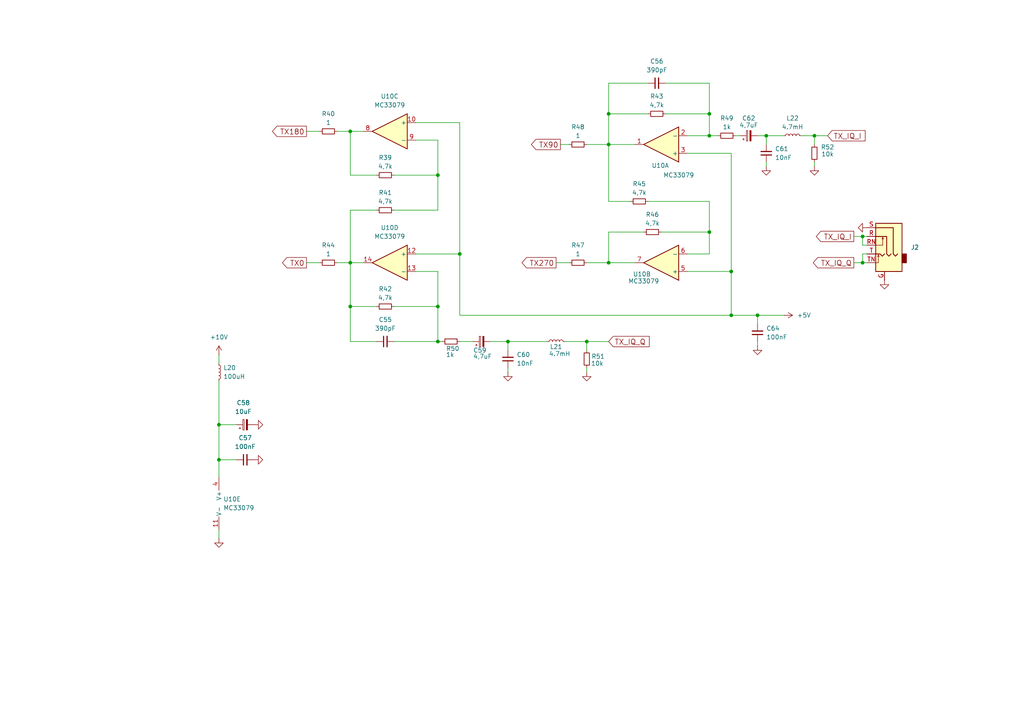
<source format=kicad_sch>
(kicad_sch (version 20231120) (generator "eeschema") (generator_version "8.0")
  (paper "A4")
  (lib_symbols
    (symbol "Amplifier_Operational:MC33079" (pin_names (offset 0.127))
      (property "Reference" "U" (at 0 5.08 0))
      (property "Value" "MC33079" (at 0 -5.08 0))
      (symbol "MC33079_1_1"
        (polyline (pts (xy -5.08 5.08) (xy 5.08 0) (xy -5.08 -5.08) (xy -5.08 5.08)) (stroke (width 0.254)) (fill (type background)))
        (pin output line (at 7.62 0 180) (length 2.54) (name "~") (number "1"))
        (pin input line (at -7.62 -2.54 0) (length 2.54) (name "-") (number "2"))
        (pin input line (at -7.62 2.54 0) (length 2.54) (name "+") (number "3"))
      )
      (symbol "MC33079_2_1"
        (polyline (pts (xy -5.08 5.08) (xy 5.08 0) (xy -5.08 -5.08) (xy -5.08 5.08)) (stroke (width 0.254)) (fill (type background)))
        (pin input line (at -7.62 2.54 0) (length 2.54) (name "+") (number "5"))
        (pin input line (at -7.62 -2.54 0) (length 2.54) (name "-") (number "6"))
        (pin output line (at 7.62 0 180) (length 2.54) (name "~") (number "7"))
      )
      (symbol "MC33079_3_1"
        (polyline (pts (xy -5.08 5.08) (xy 5.08 0) (xy -5.08 -5.08) (xy -5.08 5.08)) (stroke (width 0.254)) (fill (type background)))
        (pin input line (at -7.62 2.54 0) (length 2.54) (name "+") (number "10"))
        (pin output line (at 7.62 0 180) (length 2.54) (name "~") (number "8"))
        (pin input line (at -7.62 -2.54 0) (length 2.54) (name "-") (number "9"))
      )
      (symbol "MC33079_4_1"
        (polyline (pts (xy -5.08 5.08) (xy 5.08 0) (xy -5.08 -5.08) (xy -5.08 5.08)) (stroke (width 0.254)) (fill (type background)))
        (pin input line (at -7.62 2.54 0) (length 2.54) (name "+") (number "12"))
        (pin input line (at -7.62 -2.54 0) (length 2.54) (name "-") (number "13"))
        (pin output line (at 7.62 0 180) (length 2.54) (name "~") (number "14"))
      )
      (symbol "MC33079_5_1"
        (pin power_in line (at -2.54 -7.62 90) (length 3.81) (name "V-") (number "11"))
        (pin power_in line (at -2.54 7.62 270) (length 3.81) (name "V+") (number "4"))
      )
    )
    (symbol "Connector_Audio:AudioJack3_Ground_SwitchTR"
      (property "Reference" "J" (at 0 8.89 0))
      (property "Value" "AudioJack3_Ground_SwitchTR" (at 0 6.35 0))
      (symbol "AudioJack3_Ground_SwitchTR_0_1"
        (rectangle (start -5.08 -5.08) (end -6.35 -7.62) (stroke (width 0.254)) (fill (type outline)))
        (polyline (pts (xy 0.508 -0.254) (xy 0.762 -0.762)))
        (polyline (pts (xy 1.778 -5.334) (xy 2.032 -5.842)))
        (polyline (pts (xy 0 -5.08) (xy 0.635 -5.715) (xy 1.27 -5.08) (xy 2.54 -5.08)) (stroke (width 0.254)))
        (polyline (pts (xy 2.54 -7.62) (xy 1.778 -7.62) (xy 1.778 -5.334) (xy 1.524 -5.842)))
        (polyline (pts (xy 2.54 -2.54) (xy 0.508 -2.54) (xy 0.508 -0.254) (xy 0.254 -0.762)))
        (polyline (pts (xy -1.905 -5.08) (xy -1.27 -5.715) (xy -0.635 -5.08) (xy -0.635 0) (xy 2.54 0)) (stroke (width 0.254)))
        (polyline (pts (xy 2.54 2.54) (xy -2.54 2.54) (xy -2.54 -5.08) (xy -3.175 -5.715) (xy -3.81 -5.08)) (stroke (width 0.254)))
        (rectangle (start 2.54 3.81) (end -5.08 -10.16) (stroke (width 0.254)) (fill (type background)))
      )
      (symbol "AudioJack3_Ground_SwitchTR_1_1"
        (pin passive line (at 0 -12.7 90) (length 2.54) (name "~") (number "G"))
        (pin passive line (at 5.08 0 180) (length 2.54) (name "~") (number "R"))
        (pin passive line (at 5.08 -2.54 180) (length 2.54) (name "~") (number "RN"))
        (pin passive line (at 5.08 2.54 180) (length 2.54) (name "~") (number "S"))
        (pin passive line (at 5.08 -5.08 180) (length 2.54) (name "~") (number "T"))
        (pin passive line (at 5.08 -7.62 180) (length 2.54) (name "~") (number "TN"))
      )
    )
    (symbol "Device:C_Polarized_Small" (pin_numbers hide) (pin_names (offset 0.254) hide)
      (property "Reference" "C" (at 0.254 1.778 0))
      (property "Value" "C_Polarized_Small" (at 0.254 -2.032 0))
      (symbol "C_Polarized_Small_0_1"
        (rectangle (start -1.524 -0.3048) (end 1.524 -0.6858) (fill (type outline)))
        (rectangle (start -1.524 0.6858) (end 1.524 0.3048))
        (polyline (pts (xy -1.27 1.524) (xy -0.762 1.524)))
        (polyline (pts (xy -1.016 1.27) (xy -1.016 1.778)))
      )
      (symbol "C_Polarized_Small_1_1"
        (pin passive line (at 0 2.54 270) (length 1.8542) (name "~") (number "1"))
        (pin passive line (at 0 -2.54 90) (length 1.8542) (name "~") (number "2"))
      )
    )
    (symbol "Device:C_Small" (pin_numbers hide) (pin_names (offset 0.254) hide)
      (property "Reference" "C" (at 0.254 1.778 0))
      (property "Value" "C_Small" (at 0.254 -2.032 0))
      (symbol "C_Small_0_1"
        (polyline (pts (xy -1.524 -0.508) (xy 1.524 -0.508)) (stroke (width 0.3302)))
        (polyline (pts (xy -1.524 0.508) (xy 1.524 0.508)) (stroke (width 0.3048)))
      )
      (symbol "C_Small_1_1"
        (pin passive line (at 0 2.54 270) (length 2.032) (name "~") (number "1"))
        (pin passive line (at 0 -2.54 90) (length 2.032) (name "~") (number "2"))
      )
    )
    (symbol "Device:L_Small" (pin_numbers hide) (pin_names (offset 0.254) hide)
      (property "Reference" "L" (at 0.762 1.016 0))
      (property "Value" "L_Small" (at 0.762 -1.016 0))
      (symbol "L_Small_0_1"
        (arc (start 0 -2.032) (mid 0.5058 -1.524) (end 0 -1.016))
        (arc (start 0 -1.016) (mid 0.5058 -0.508) (end 0 0))
        (arc (start 0 0) (mid 0.5058 0.508) (end 0 1.016))
        (arc (start 0 1.016) (mid 0.5058 1.524) (end 0 2.032))
      )
      (symbol "L_Small_1_1"
        (pin passive line (at 0 2.54 270) (length 0.508) (name "~") (number "1"))
        (pin passive line (at 0 -2.54 90) (length 0.508) (name "~") (number "2"))
      )
    )
    (symbol "Device:R_Small" (pin_numbers hide) (pin_names (offset 0.254) hide)
      (property "Reference" "R" (at 0.762 0.508 0))
      (property "Value" "R_Small" (at 0.762 -1.016 0))
      (symbol "R_Small_0_1"
        (rectangle (start -0.762 1.778) (end 0.762 -1.778) (stroke (width 0.2032)))
      )
      (symbol "R_Small_1_1"
        (pin passive line (at 0 2.54 270) (length 0.762) (name "~") (number "1"))
        (pin passive line (at 0 -2.54 90) (length 0.762) (name "~") (number "2"))
      )
    )
    (symbol "power:+10V" (power) (pin_numbers hide) (pin_names (offset 0) hide)
      (property "Value" "+10V" (at 0 3.556 0))
      (symbol "+10V_0_1"
        (polyline (pts (xy -0.762 1.27) (xy 0 2.54)))
        (polyline (pts (xy 0 0) (xy 0 2.54)))
        (polyline (pts (xy 0 2.54) (xy 0.762 1.27)))
      )
      (symbol "+10V_1_1"
        (pin power_in line (at 0 0 90) (length 0) (name "~") (number "1"))
      )
    )
    (symbol "power:+5V" (power) (pin_numbers hide) (pin_names (offset 0) hide)
      (property "Value" "+5V" (at 0 3.556 0))
      (symbol "+5V_0_1"
        (polyline (pts (xy -0.762 1.27) (xy 0 2.54)))
        (polyline (pts (xy 0 0) (xy 0 2.54)))
        (polyline (pts (xy 0 2.54) (xy 0.762 1.27)))
      )
      (symbol "+5V_1_1"
        (pin power_in line (at 0 0 90) (length 0) (name "~") (number "1"))
      )
    )
    (symbol "power:GND" (power) (pin_numbers hide) (pin_names (offset 0) hide)
      (property "Value" "GND" (at 0 -3.81 0))
      (symbol "GND_0_1"
        (polyline (pts (xy 0 0) (xy 0 -1.27) (xy 1.27 -1.27) (xy 0 -2.54) (xy -1.27 -1.27) (xy 0 -1.27)))
      )
      (symbol "GND_1_1"
        (pin power_in line (at 0 0 270) (length 0) (name "~") (number "1"))
      )
    )
  )
  (junction (at 212.09 91.44))
  (junction (at 212.09 78.74))
  (junction (at 63.5 123.19))
  (junction (at 236.22 39.37))
  (junction (at 101.6 76.2))
  (junction (at 127 99.06))
  (junction (at 205.74 67.31))
  (junction (at 205.74 39.37))
  (junction (at 63.5 133.35))
  (junction (at 205.74 33.02))
  (junction (at 250.19 76.2))
  (junction (at 147.32 99.06))
  (junction (at 176.53 76.2))
  (junction (at 101.6 38.1))
  (junction (at 219.71 91.44))
  (junction (at 170.18 99.06))
  (junction (at 101.6 88.9))
  (junction (at 127 88.9))
  (junction (at 127 50.8))
  (junction (at 133.35 73.66))
  (junction (at 176.53 41.91))
  (junction (at 250.19 68.58))
  (junction (at 176.53 33.02))
  (junction (at 222.25 39.37))
  (wire (pts (xy 147.32 99.06) (xy 158.75 99.06)))
  (wire (pts (xy 170.18 99.06) (xy 176.53 99.06)))
  (wire (pts (xy 176.53 41.91) (xy 176.53 33.02)))
  (wire (pts (xy 170.18 106.68) (xy 170.18 107.95)))
  (wire (pts (xy 250.19 76.2) (xy 250.19 73.66)))
  (wire (pts (xy 114.3 88.9) (xy 127 88.9)))
  (wire (pts (xy 142.24 99.06) (xy 147.32 99.06)))
  (wire (pts (xy 176.53 76.2) (xy 184.15 76.2)))
  (wire (pts (xy 205.74 58.42) (xy 205.74 67.31)))
  (wire (pts (xy 176.53 76.2) (xy 176.53 67.31)))
  (wire (pts (xy 163.83 99.06) (xy 170.18 99.06)))
  (wire (pts (xy 101.6 76.2) (xy 101.6 88.9)))
  (wire (pts (xy 147.32 99.06) (xy 147.32 101.6)))
  (wire (pts (xy 133.35 99.06) (xy 137.16 99.06)))
  (wire (pts (xy 176.53 33.02) (xy 176.53 24.13)))
  (wire (pts (xy 219.71 39.37) (xy 222.25 39.37)))
  (wire (pts (xy 187.96 58.42) (xy 205.74 58.42)))
  (wire (pts (xy 120.65 35.56) (xy 133.35 35.56)))
  (wire (pts (xy 127 50.8) (xy 127 40.64)))
  (wire (pts (xy 222.25 46.99) (xy 222.25 48.26)))
  (wire (pts (xy 247.65 68.58) (xy 250.19 68.58)))
  (wire (pts (xy 219.71 91.44) (xy 212.09 91.44)))
  (wire (pts (xy 114.3 50.8) (xy 127 50.8)))
  (wire (pts (xy 101.6 60.96) (xy 101.6 76.2)))
  (wire (pts (xy 133.35 73.66) (xy 120.65 73.66)))
  (wire (pts (xy 219.71 91.44) (xy 227.33 91.44)))
  (wire (pts (xy 101.6 50.8) (xy 101.6 38.1)))
  (wire (pts (xy 127 99.06) (xy 114.3 99.06)))
  (wire (pts (xy 68.58 123.19) (xy 63.5 123.19)))
  (wire (pts (xy 184.15 41.91) (xy 176.53 41.91)))
  (wire (pts (xy 236.22 39.37) (xy 236.22 41.91)))
  (wire (pts (xy 176.53 33.02) (xy 187.96 33.02)))
  (wire (pts (xy 212.09 78.74) (xy 199.39 78.74)))
  (wire (pts (xy 193.04 24.13) (xy 205.74 24.13)))
  (wire (pts (xy 127 40.64) (xy 120.65 40.64)))
  (wire (pts (xy 101.6 99.06) (xy 101.6 88.9)))
  (wire (pts (xy 101.6 88.9) (xy 109.22 88.9)))
  (wire (pts (xy 170.18 99.06) (xy 170.18 101.6)))
  (wire (pts (xy 63.5 156.21) (xy 63.5 153.67)))
  (wire (pts (xy 101.6 38.1) (xy 97.79 38.1)))
  (wire (pts (xy 205.74 33.02) (xy 205.74 39.37)))
  (wire (pts (xy 127 88.9) (xy 127 99.06)))
  (wire (pts (xy 205.74 39.37) (xy 208.28 39.37)))
  (wire (pts (xy 127 78.74) (xy 120.65 78.74)))
  (wire (pts (xy 127 99.06) (xy 128.27 99.06)))
  (wire (pts (xy 250.19 68.58) (xy 250.19 71.12)))
  (wire (pts (xy 63.5 123.19) (xy 63.5 133.35)))
  (wire (pts (xy 162.56 41.91) (xy 165.1 41.91)))
  (wire (pts (xy 222.25 39.37) (xy 227.33 39.37)))
  (wire (pts (xy 88.9 38.1) (xy 92.71 38.1)))
  (wire (pts (xy 97.79 76.2) (xy 101.6 76.2)))
  (wire (pts (xy 247.65 76.2) (xy 250.19 76.2)))
  (wire (pts (xy 63.5 133.35) (xy 68.58 133.35)))
  (wire (pts (xy 199.39 44.45) (xy 212.09 44.45)))
  (wire (pts (xy 101.6 38.1) (xy 105.41 38.1)))
  (wire (pts (xy 109.22 60.96) (xy 101.6 60.96)))
  (wire (pts (xy 63.5 102.87) (xy 63.5 105.41)))
  (wire (pts (xy 250.19 71.12) (xy 251.46 71.12)))
  (wire (pts (xy 133.35 91.44) (xy 212.09 91.44)))
  (wire (pts (xy 88.9 76.2) (xy 92.71 76.2)))
  (wire (pts (xy 212.09 44.45) (xy 212.09 78.74)))
  (wire (pts (xy 133.35 35.56) (xy 133.35 73.66)))
  (wire (pts (xy 250.19 68.58) (xy 251.46 68.58)))
  (wire (pts (xy 182.88 58.42) (xy 176.53 58.42)))
  (wire (pts (xy 133.35 73.66) (xy 133.35 91.44)))
  (wire (pts (xy 250.19 76.2) (xy 251.46 76.2)))
  (wire (pts (xy 205.74 39.37) (xy 199.39 39.37)))
  (wire (pts (xy 170.18 41.91) (xy 176.53 41.91)))
  (wire (pts (xy 63.5 133.35) (xy 63.5 138.43)))
  (wire (pts (xy 232.41 39.37) (xy 236.22 39.37)))
  (wire (pts (xy 109.22 50.8) (xy 101.6 50.8)))
  (wire (pts (xy 193.04 33.02) (xy 205.74 33.02)))
  (wire (pts (xy 219.71 99.06) (xy 219.71 100.33)))
  (wire (pts (xy 176.53 67.31) (xy 186.69 67.31)))
  (wire (pts (xy 236.22 39.37) (xy 240.03 39.37)))
  (wire (pts (xy 176.53 58.42) (xy 176.53 41.91)))
  (wire (pts (xy 191.77 67.31) (xy 205.74 67.31)))
  (wire (pts (xy 63.5 110.49) (xy 63.5 123.19)))
  (wire (pts (xy 222.25 39.37) (xy 222.25 41.91)))
  (wire (pts (xy 101.6 76.2) (xy 105.41 76.2)))
  (wire (pts (xy 213.36 39.37) (xy 214.63 39.37)))
  (wire (pts (xy 114.3 60.96) (xy 127 60.96)))
  (wire (pts (xy 236.22 48.26) (xy 236.22 46.99)))
  (wire (pts (xy 176.53 24.13) (xy 187.96 24.13)))
  (wire (pts (xy 205.74 67.31) (xy 205.74 73.66)))
  (wire (pts (xy 219.71 91.44) (xy 219.71 93.98)))
  (wire (pts (xy 147.32 106.68) (xy 147.32 107.95)))
  (wire (pts (xy 109.22 99.06) (xy 101.6 99.06)))
  (wire (pts (xy 205.74 24.13) (xy 205.74 33.02)))
  (wire (pts (xy 212.09 91.44) (xy 212.09 78.74)))
  (wire (pts (xy 161.29 76.2) (xy 165.1 76.2)))
  (wire (pts (xy 170.18 76.2) (xy 176.53 76.2)))
  (wire (pts (xy 205.74 73.66) (xy 199.39 73.66)))
  (wire (pts (xy 127 88.9) (xy 127 78.74)))
  (wire (pts (xy 250.19 73.66) (xy 251.46 73.66)))
  (wire (pts (xy 127 60.96) (xy 127 50.8)))
  (global_label "TX0" (shape output) (at 88.9 76.2 180) (effects (font (size 1.524 1.524))) (property "Intersheetrefs" "${INTERSHEET_REFS}" (effects (hide yes))))
  (global_label "TX_IQ_Q" (shape input) (at 176.53 99.06 0) (effects (font (size 1.524 1.524))) (property "Intersheetrefs" "${INTERSHEET_REFS}" (effects (hide yes))))
  (global_label "TX270" (shape output) (at 161.29 76.2 180) (effects (font (size 1.524 1.524))) (property "Intersheetrefs" "${INTERSHEET_REFS}" (effects (hide yes))))
  (global_label "TX_IQ_I" (shape input) (at 240.03 39.37 0) (effects (font (size 1.524 1.524))) (property "Intersheetrefs" "${INTERSHEET_REFS}" (effects (hide yes))))
  (global_label "TX90" (shape output) (at 162.56 41.91 180) (effects (font (size 1.524 1.524))) (property "Intersheetrefs" "${INTERSHEET_REFS}" (effects (hide yes))))
  (global_label "TX_IQ_Q" (shape output) (at 247.65 76.2 180) (effects (font (size 1.524 1.524))) (property "Intersheetrefs" "${INTERSHEET_REFS}" (effects (hide yes))))
  (global_label "TX_IQ_I" (shape output) (at 247.65 68.58 180) (effects (font (size 1.524 1.524))) (property "Intersheetrefs" "${INTERSHEET_REFS}" (effects (hide yes))))
  (global_label "TX180" (shape output) (at 88.9 38.1 180) (effects (font (size 1.524 1.524))) (property "Intersheetrefs" "${INTERSHEET_REFS}" (effects (hide yes))))
  (symbol (lib_id "Amplifier_Operational:MC33079") (at 113.03 38.1 0) (mirror y) (unit 3)
    (property "Reference" "U10" (at 113.03 27.94 0))
    (property "Value" "MC33079" (at 113.03 30.48 0))
    (property "Footprint" "Package_SO:SOIC-14_3.9x8.7mm_P1.27mm" (effects (hide yes)))
    (property "Datasheet" "https://www.onsemi.com/pub/Collateral/MC33078-D.PDF" (effects (hide yes)))
    (property "Description" "Low Noise, Quad Operational Amplifiers, DIP-14/SOIC-14" (effects (hide yes)))
  )
  (symbol (lib_id "power:+5V") (at 227.33 91.44 270) (unit 1)
    (property "Reference" "#PWR096" (effects (hide yes)))
    (property "Value" "+5V" (at 231.14 91.4399 90) (effects (justify left)))
    (property "Description" "Power symbol creates a global label with name \"+5V\"" (effects (hide yes)))
  )
  (symbol (lib_id "power:GND") (at 73.66 133.35 90) (unit 1)
    (property "Reference" "#PWR089" (effects (hide yes)))
    (property "Value" "GND" (effects (hide yes)))
    (property "Description" "Power symbol creates a global label with name \"GND\" , ground" (effects (hide yes)))
  )
  (symbol (lib_id "Device:R_Small") (at 167.64 41.91 90) (unit 1)
    (property "Reference" "R48" (at 167.64 36.83 90))
    (property "Value" "1" (at 167.64 39.37 90))
    (property "Footprint" "SDR_footprints:R_1206_0603" (effects (hide yes)))
    (property "Description" "Resistor, small symbol" (effects (hide yes)))
  )
  (symbol (lib_id "power:+10V") (at 63.5 102.87 0) (unit 1)
    (property "Reference" "#PWR087" (effects (hide yes)))
    (property "Value" "+10V" (at 63.5 97.79 0))
    (property "Description" "Power symbol creates a global label with name \"+10V\"" (effects (hide yes)))
  )
  (symbol (lib_id "Device:C_Small") (at 222.25 44.45 180) (unit 1)
    (property "Reference" "C61" (at 224.79 43.1735 0) (effects (justify right)))
    (property "Value" "10nF" (at 224.79 45.7135 0) (effects (justify right)))
    (property "Footprint" "Capacitor_SMD:C_0603_1608Metric_Pad1.08x0.95mm_HandSolder" (effects (hide yes)))
    (property "Description" "Unpolarized capacitor, small symbol" (effects (hide yes)))
  )
  (symbol (lib_id "Device:R_Small") (at 111.76 60.96 90) (unit 1)
    (property "Reference" "R41" (at 111.76 55.88 90))
    (property "Value" "4,7k" (at 111.76 58.42 90))
    (property "Footprint" "Resistor_SMD:R_0603_1608Metric_Pad0.98x0.95mm_HandSolder" (effects (hide yes)))
    (property "Description" "Resistor, small symbol" (effects (hide yes)))
  )
  (symbol (lib_id "Device:C_Polarized_Small") (at 139.7 99.06 90) (unit 1)
    (property "Reference" "C59" (at 139.192 101.6 90))
    (property "Value" "4,7uF" (at 139.954 103.378 90))
    (property "Footprint" "Capacitor_Tantalum_SMD:CP_EIA-3216-18_Kemet-A_Pad1.58x1.35mm_HandSolder" (effects (hide yes)))
    (property "Description" "Polarized capacitor, small symbol" (effects (hide yes)))
  )
  (symbol (lib_id "power:GND") (at 219.71 100.33 0) (unit 1)
    (property "Reference" "#PWR097" (effects (hide yes)))
    (property "Value" "GND" (effects (hide yes)))
    (property "Description" "Power symbol creates a global label with name \"GND\" , ground" (effects (hide yes)))
  )
  (symbol (lib_id "power:GND") (at 147.32 107.95 0) (unit 1)
    (property "Reference" "#PWR095" (effects (hide yes)))
    (property "Value" "GND" (effects (hide yes)))
    (property "Description" "Power symbol creates a global label with name \"GND\" , ground" (effects (hide yes)))
  )
  (symbol (lib_id "Device:R_Small") (at 170.18 104.14 180) (unit 1)
    (property "Reference" "R51" (at 173.482 103.378 0))
    (property "Value" "10k" (at 173.228 105.41 0))
    (property "Footprint" "Resistor_SMD:R_0603_1608Metric_Pad0.98x0.95mm_HandSolder" (effects (hide yes)))
    (property "Description" "Resistor, small symbol" (effects (hide yes)))
  )
  (symbol (lib_id "power:GND") (at 73.66 123.19 90) (unit 1)
    (property "Reference" "#PWR088" (effects (hide yes)))
    (property "Value" "GND" (effects (hide yes)))
    (property "Description" "Power symbol creates a global label with name \"GND\" , ground" (effects (hide yes)))
  )
  (symbol (lib_id "power:GND") (at 170.18 107.95 0) (unit 1)
    (property "Reference" "#PWR094" (effects (hide yes)))
    (property "Value" "GND" (effects (hide yes)))
    (property "Description" "Power symbol creates a global label with name \"GND\" , ground" (effects (hide yes)))
  )
  (symbol (lib_id "Device:C_Polarized_Small") (at 71.12 123.19 90) (unit 1)
    (property "Reference" "C58" (at 70.5739 116.84 90))
    (property "Value" "10uF" (at 70.5739 119.38 90))
    (property "Footprint" "Capacitor_Tantalum_SMD:CP_EIA-3216-18_Kemet-A_Pad1.58x1.35mm_HandSolder" (effects (hide yes)))
    (property "Description" "Polarized capacitor, small symbol" (effects (hide yes)))
  )
  (symbol (lib_id "Device:R_Small") (at 95.25 76.2 90) (unit 1)
    (property "Reference" "R44" (at 95.25 71.12 90))
    (property "Value" "1" (at 95.25 73.66 90))
    (property "Footprint" "SDR_footprints:R_1206_0603" (effects (hide yes)))
    (property "Description" "Resistor, small symbol" (effects (hide yes)))
  )
  (symbol (lib_id "Device:L_Small") (at 229.87 39.37 90) (unit 1)
    (property "Reference" "L22" (at 229.87 34.29 90))
    (property "Value" "4.7mH" (at 229.87 36.83 90))
    (property "Footprint" "Inductor_THT:L_Axial_L5.3mm_D2.2mm_P10.16mm_Horizontal_Vishay_IM-1" (effects (hide yes)))
    (property "Description" "Inductor, small symbol" (effects (hide yes)))
  )
  (symbol (lib_id "Amplifier_Operational:MC33079") (at 60.96 146.05 0) (mirror y) (unit 5)
    (property "Reference" "U10" (at 64.77 144.7799 0) (effects (justify right)))
    (property "Value" "MC33079" (at 64.77 147.3199 0) (effects (justify right)))
    (property "Footprint" "Package_SO:SOIC-14_3.9x8.7mm_P1.27mm" (effects (hide yes)))
    (property "Datasheet" "https://www.onsemi.com/pub/Collateral/MC33078-D.PDF" (effects (hide yes)))
    (property "Description" "Low Noise, Quad Operational Amplifiers, DIP-14/SOIC-14" (effects (hide yes)))
  )
  (symbol (lib_id "Device:R_Small") (at 190.5 33.02 90) (unit 1)
    (property "Reference" "R43" (at 190.5 27.94 90))
    (property "Value" "4,7k" (at 190.5 30.48 90))
    (property "Footprint" "Resistor_SMD:R_0603_1608Metric_Pad0.98x0.95mm_HandSolder" (effects (hide yes)))
    (property "Description" "Resistor, small symbol" (effects (hide yes)))
  )
  (symbol (lib_id "Device:R_Small") (at 185.42 58.42 90) (unit 1)
    (property "Reference" "R45" (at 185.42 53.34 90))
    (property "Value" "4,7k" (at 185.42 55.88 90))
    (property "Footprint" "Resistor_SMD:R_0603_1608Metric_Pad0.98x0.95mm_HandSolder" (effects (hide yes)))
    (property "Description" "Resistor, small symbol" (effects (hide yes)))
  )
  (symbol (lib_id "power:GND") (at 63.5 156.21 0) (unit 1)
    (property "Reference" "#PWR086" (effects (hide yes)))
    (property "Value" "GND" (effects (hide yes)))
    (property "Description" "Power symbol creates a global label with name \"GND\" , ground" (effects (hide yes)))
  )
  (symbol (lib_id "Device:R_Small") (at 130.81 99.06 90) (unit 1)
    (property "Reference" "R50" (at 131.318 101.092 90))
    (property "Value" "1k" (at 130.556 102.87 90))
    (property "Footprint" "Resistor_SMD:R_0603_1608Metric_Pad0.98x0.95mm_HandSolder" (effects (hide yes)))
    (property "Description" "Resistor, small symbol" (effects (hide yes)))
  )
  (symbol (lib_id "Device:C_Small") (at 219.71 96.52 180) (unit 1)
    (property "Reference" "C64" (at 222.25 95.2435 0) (effects (justify right)))
    (property "Value" "100nF" (at 222.25 97.7835 0) (effects (justify right)))
    (property "Footprint" "SDR_footprints:C_1206_0603" (effects (hide yes)))
    (property "Description" "Unpolarized capacitor, small symbol" (effects (hide yes)))
  )
  (symbol (lib_id "power:GND") (at 256.54 81.28 0) (unit 1)
    (property "Reference" "#PWR093" (effects (hide yes)))
    (property "Value" "GND" (effects (hide yes)))
    (property "Description" "Power symbol creates a global label with name \"GND\" , ground" (effects (hide yes)))
  )
  (symbol (lib_id "Connector_Audio:AudioJack3_Ground_SwitchTR") (at 256.54 68.58 0) (mirror y) (unit 1)
    (property "Reference" "J2" (at 264.16 71.7551 0) (effects (justify right)))
    (property "Value" "AudioJack3_Ground_SwitchTR" (effects (hide yes)))
    (property "Footprint" "Connector_Audio:Jack_3.5mm_CUI_SJ1-3525N_Horizontal" (effects (hide yes)))
    (property "Description" "Audio Jack, 3 Poles (Stereo / TRS), Grounded Sleeve, Switched TR Poles (Normalling)" (effects (hide yes)))
  )
  (symbol (lib_id "Device:C_Small") (at 147.32 104.14 180) (unit 1)
    (property "Reference" "C60" (at 149.86 102.8635 0) (effects (justify right)))
    (property "Value" "10nF" (at 149.86 105.4035 0) (effects (justify right)))
    (property "Footprint" "Capacitor_SMD:C_0603_1608Metric_Pad1.08x0.95mm_HandSolder" (effects (hide yes)))
    (property "Description" "Unpolarized capacitor, small symbol" (effects (hide yes)))
  )
  (symbol (lib_id "Device:R_Small") (at 95.25 38.1 90) (unit 1)
    (property "Reference" "R40" (at 95.25 33.02 90))
    (property "Value" "1" (at 95.25 35.56 90))
    (property "Footprint" "SDR_footprints:R_1206_0603" (effects (hide yes)))
    (property "Description" "Resistor, small symbol" (effects (hide yes)))
  )
  (symbol (lib_id "Amplifier_Operational:MC33079") (at 113.03 76.2 0) (mirror y) (unit 4)
    (property "Reference" "U10" (at 113.03 66.04 0))
    (property "Value" "MC33079" (at 113.03 68.58 0))
    (property "Footprint" "Package_SO:SOIC-14_3.9x8.7mm_P1.27mm" (effects (hide yes)))
    (property "Datasheet" "https://www.onsemi.com/pub/Collateral/MC33078-D.PDF" (effects (hide yes)))
    (property "Description" "Low Noise, Quad Operational Amplifiers, DIP-14/SOIC-14" (effects (hide yes)))
  )
  (symbol (lib_id "Device:L_Small") (at 63.5 107.95 0) (unit 1)
    (property "Reference" "L20" (at 64.77 106.6799 0) (effects (justify left)))
    (property "Value" "100uH" (at 64.77 109.2199 0) (effects (justify left)))
    (property "Footprint" "Inductor_THT:L_Axial_L5.3mm_D2.2mm_P10.16mm_Horizontal_Vishay_IM-1" (effects (hide yes)))
    (property "Description" "Inductor, small symbol" (effects (hide yes)))
  )
  (symbol (lib_id "Amplifier_Operational:MC33079") (at 191.77 76.2 180) (unit 2)
    (property "Reference" "U10" (at 186.182 79.502 0))
    (property "Value" "MC33079" (at 186.69 81.534 0))
    (property "Footprint" "Package_SO:SOIC-14_3.9x8.7mm_P1.27mm" (effects (hide yes)))
    (property "Datasheet" "https://www.onsemi.com/pub/Collateral/MC33078-D.PDF" (effects (hide yes)))
    (property "Description" "Low Noise, Quad Operational Amplifiers, DIP-14/SOIC-14" (effects (hide yes)))
  )
  (symbol (lib_id "Device:C_Small") (at 111.76 99.06 90) (unit 1)
    (property "Reference" "C55" (at 111.7663 92.71 90))
    (property "Value" "390pF" (at 111.7663 95.25 90))
    (property "Footprint" "Capacitor_SMD:C_0603_1608Metric_Pad1.08x0.95mm_HandSolder" (effects (hide yes)))
    (property "Description" "Unpolarized capacitor, small symbol" (effects (hide yes)))
  )
  (symbol (lib_id "Device:R_Small") (at 111.76 88.9 90) (unit 1)
    (property "Reference" "R42" (at 111.76 83.82 90))
    (property "Value" "4,7k" (at 111.76 86.36 90))
    (property "Footprint" "Resistor_SMD:R_0603_1608Metric_Pad0.98x0.95mm_HandSolder" (effects (hide yes)))
    (property "Description" "Resistor, small symbol" (effects (hide yes)))
  )
  (symbol (lib_id "Device:R_Small") (at 210.82 39.37 90) (unit 1)
    (property "Reference" "R49" (at 210.82 34.29 90))
    (property "Value" "1k" (at 210.82 36.83 90))
    (property "Footprint" "Resistor_SMD:R_0603_1608Metric_Pad0.98x0.95mm_HandSolder" (effects (hide yes)))
    (property "Description" "Resistor, small symbol" (effects (hide yes)))
  )
  (symbol (lib_id "Device:L_Small") (at 161.29 99.06 90) (unit 1)
    (property "Reference" "L21" (at 161.29 100.584 90))
    (property "Value" "4.7mH" (at 162.306 102.616 90))
    (property "Footprint" "Inductor_THT:L_Axial_L5.3mm_D2.2mm_P10.16mm_Horizontal_Vishay_IM-1" (effects (hide yes)))
    (property "Description" "Inductor, small symbol" (effects (hide yes)))
  )
  (symbol (lib_id "Device:C_Polarized_Small") (at 217.17 39.37 90) (unit 1)
    (property "Reference" "C62" (at 217.17 34.29 90))
    (property "Value" "4,7uF" (at 217.17 36.322 90))
    (property "Footprint" "Capacitor_Tantalum_SMD:CP_EIA-3216-18_Kemet-A_Pad1.58x1.35mm_HandSolder" (effects (hide yes)))
    (property "Description" "Polarized capacitor, small symbol" (effects (hide yes)))
  )
  (symbol (lib_id "power:GND") (at 236.22 48.26 0) (unit 1)
    (property "Reference" "#PWR092" (effects (hide yes)))
    (property "Value" "GND" (effects (hide yes)))
    (property "Description" "Power symbol creates a global label with name \"GND\" , ground" (effects (hide yes)))
  )
  (symbol (lib_id "Device:R_Small") (at 167.64 76.2 90) (unit 1)
    (property "Reference" "R47" (at 167.64 71.12 90))
    (property "Value" "1" (at 167.64 73.66 90))
    (property "Footprint" "SDR_footprints:R_1206_0603" (effects (hide yes)))
    (property "Description" "Resistor, small symbol" (effects (hide yes)))
  )
  (symbol (lib_id "Device:C_Small") (at 190.5 24.13 90) (unit 1)
    (property "Reference" "C56" (at 190.5063 17.78 90))
    (property "Value" "390pF" (at 190.5063 20.32 90))
    (property "Footprint" "Capacitor_SMD:C_0603_1608Metric_Pad1.08x0.95mm_HandSolder" (effects (hide yes)))
    (property "Description" "Unpolarized capacitor, small symbol" (effects (hide yes)))
  )
  (symbol (lib_id "power:GND") (at 251.46 66.04 270) (unit 1)
    (property "Reference" "#PWR010" (effects (hide yes)))
    (property "Value" "GND" (effects (hide yes)))
    (property "Description" "Power symbol creates a global label with name \"GND\" , ground" (effects (hide yes)))
  )
  (symbol (lib_id "power:GND") (at 222.25 48.26 0) (unit 1)
    (property "Reference" "#PWR090" (effects (hide yes)))
    (property "Value" "GND" (effects (hide yes)))
    (property "Description" "Power symbol creates a global label with name \"GND\" , ground" (effects (hide yes)))
  )
  (symbol (lib_id "Device:R_Small") (at 189.23 67.31 90) (unit 1)
    (property "Reference" "R46" (at 189.23 62.23 90))
    (property "Value" "4,7k" (at 189.23 64.77 90))
    (property "Footprint" "Resistor_SMD:R_0603_1608Metric_Pad0.98x0.95mm_HandSolder" (effects (hide yes)))
    (property "Description" "Resistor, small symbol" (effects (hide yes)))
  )
  (symbol (lib_id "Device:C_Small") (at 71.12 133.35 90) (unit 1)
    (property "Reference" "C57" (at 71.1263 127 90))
    (property "Value" "100nF" (at 71.1263 129.54 90))
    (property "Footprint" "SDR_footprints:C_1206_0603" (effects (hide yes)))
    (property "Description" "Unpolarized capacitor, small symbol" (effects (hide yes)))
  )
  (symbol (lib_id "Device:R_Small") (at 236.22 44.45 180) (unit 1)
    (property "Reference" "R52" (at 240.03 42.672 0))
    (property "Value" "10k" (at 240.03 44.704 0))
    (property "Footprint" "Resistor_SMD:R_0603_1608Metric_Pad0.98x0.95mm_HandSolder" (effects (hide yes)))
    (property "Description" "Resistor, small symbol" (effects (hide yes)))
  )
  (symbol (lib_id "Amplifier_Operational:MC33079") (at 191.77 41.91 180) (unit 1)
    (property "Reference" "U10" (at 191.516 48.006 0))
    (property "Value" "MC33079" (at 196.85 50.8 0))
    (property "Footprint" "Package_SO:SOIC-14_3.9x8.7mm_P1.27mm" (effects (hide yes)))
    (property "Datasheet" "https://www.onsemi.com/pub/Collateral/MC33078-D.PDF" (effects (hide yes)))
    (property "Description" "Low Noise, Quad Operational Amplifiers, DIP-14/SOIC-14" (effects (hide yes)))
  )
  (symbol (lib_id "Device:R_Small") (at 111.76 50.8 90) (unit 1)
    (property "Reference" "R39" (at 111.76 45.72 90))
    (property "Value" "4,7k" (at 111.76 48.26 90))
    (property "Footprint" "Resistor_SMD:R_0603_1608Metric_Pad0.98x0.95mm_HandSolder" (effects (hide yes)))
    (property "Description" "Resistor, small symbol" (effects (hide yes)))
  )
)
</source>
